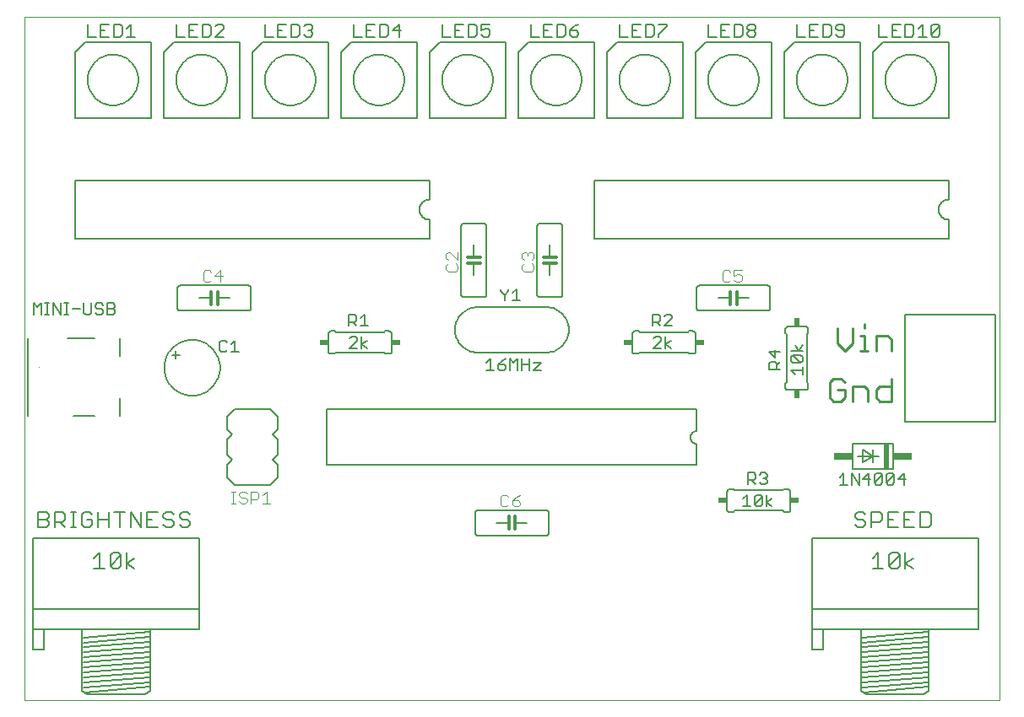
<source format=gto>
G75*
%MOIN*%
%OFA0B0*%
%FSLAX24Y24*%
%IPPOS*%
%LPD*%
%AMOC8*
5,1,8,0,0,1.08239X$1,22.5*
%
%ADD10C,0.0000*%
%ADD11C,0.0060*%
%ADD12R,0.0340X0.0240*%
%ADD13C,0.0050*%
%ADD14C,0.0040*%
%ADD15C,0.0080*%
%ADD16C,0.0070*%
%ADD17C,0.0100*%
%ADD18C,0.0120*%
%ADD19R,0.0200X0.1000*%
%ADD20R,0.0750X0.0300*%
%ADD21R,0.0240X0.0340*%
D10*
X000675Y000675D02*
X039175Y000675D01*
X039175Y027675D01*
X000675Y027675D01*
X000675Y000675D01*
D11*
X012625Y009950D02*
X012625Y012150D01*
X027225Y012150D01*
X027225Y011300D01*
X027195Y011298D01*
X027165Y011293D01*
X027136Y011284D01*
X027109Y011271D01*
X027083Y011256D01*
X027059Y011237D01*
X027038Y011216D01*
X027019Y011192D01*
X027004Y011166D01*
X026991Y011139D01*
X026982Y011110D01*
X026977Y011080D01*
X026975Y011050D01*
X026977Y011020D01*
X026982Y010990D01*
X026991Y010961D01*
X027004Y010934D01*
X027019Y010908D01*
X027038Y010884D01*
X027059Y010863D01*
X027083Y010844D01*
X027109Y010829D01*
X027136Y010816D01*
X027165Y010807D01*
X027195Y010802D01*
X027225Y010800D01*
X027225Y009950D01*
X012625Y009950D01*
X006200Y013800D02*
X006202Y013866D01*
X006208Y013931D01*
X006218Y013996D01*
X006231Y014061D01*
X006249Y014124D01*
X006270Y014187D01*
X006295Y014247D01*
X006324Y014307D01*
X006356Y014364D01*
X006391Y014420D01*
X006430Y014473D01*
X006472Y014524D01*
X006516Y014572D01*
X006564Y014617D01*
X006614Y014660D01*
X006667Y014699D01*
X006722Y014736D01*
X006779Y014769D01*
X006838Y014798D01*
X006898Y014824D01*
X006960Y014846D01*
X007023Y014865D01*
X007087Y014879D01*
X007152Y014890D01*
X007218Y014897D01*
X007284Y014900D01*
X007349Y014899D01*
X007415Y014894D01*
X007480Y014885D01*
X007545Y014872D01*
X007608Y014856D01*
X007671Y014836D01*
X007732Y014811D01*
X007792Y014784D01*
X007850Y014753D01*
X007906Y014718D01*
X007960Y014680D01*
X008011Y014639D01*
X008060Y014595D01*
X008106Y014548D01*
X008150Y014499D01*
X008190Y014447D01*
X008227Y014392D01*
X008261Y014336D01*
X008291Y014277D01*
X008318Y014217D01*
X008341Y014156D01*
X008360Y014093D01*
X008376Y014029D01*
X008388Y013964D01*
X008396Y013899D01*
X008400Y013833D01*
X008400Y013767D01*
X008396Y013701D01*
X008388Y013636D01*
X008376Y013571D01*
X008360Y013507D01*
X008341Y013444D01*
X008318Y013383D01*
X008291Y013323D01*
X008261Y013264D01*
X008227Y013208D01*
X008190Y013153D01*
X008150Y013101D01*
X008106Y013052D01*
X008060Y013005D01*
X008011Y012961D01*
X007960Y012920D01*
X007906Y012882D01*
X007850Y012847D01*
X007792Y012816D01*
X007732Y012789D01*
X007671Y012764D01*
X007608Y012744D01*
X007545Y012728D01*
X007480Y012715D01*
X007415Y012706D01*
X007349Y012701D01*
X007284Y012700D01*
X007218Y012703D01*
X007152Y012710D01*
X007087Y012721D01*
X007023Y012735D01*
X006960Y012754D01*
X006898Y012776D01*
X006838Y012802D01*
X006779Y012831D01*
X006722Y012864D01*
X006667Y012901D01*
X006614Y012940D01*
X006564Y012983D01*
X006516Y013028D01*
X006472Y013076D01*
X006430Y013127D01*
X006391Y013180D01*
X006356Y013236D01*
X006324Y013293D01*
X006295Y013353D01*
X006270Y013413D01*
X006249Y013476D01*
X006231Y013539D01*
X006218Y013604D01*
X006208Y013669D01*
X006202Y013734D01*
X006200Y013800D01*
X006650Y014150D02*
X006650Y014300D01*
X006650Y014450D01*
X006650Y014300D02*
X006800Y014300D01*
X006650Y014300D02*
X006500Y014300D01*
X006825Y016050D02*
X009525Y016050D01*
X009542Y016052D01*
X009559Y016056D01*
X009575Y016063D01*
X009589Y016073D01*
X009602Y016086D01*
X009612Y016100D01*
X009619Y016116D01*
X009623Y016133D01*
X009625Y016150D01*
X009625Y016950D01*
X009623Y016967D01*
X009619Y016984D01*
X009612Y017000D01*
X009602Y017014D01*
X009589Y017027D01*
X009575Y017037D01*
X009559Y017044D01*
X009542Y017048D01*
X009525Y017050D01*
X006825Y017050D01*
X006808Y017048D01*
X006791Y017044D01*
X006775Y017037D01*
X006761Y017027D01*
X006748Y017014D01*
X006738Y017000D01*
X006731Y016984D01*
X006727Y016967D01*
X006725Y016950D01*
X006725Y016150D01*
X006727Y016133D01*
X006731Y016116D01*
X006738Y016100D01*
X006748Y016086D01*
X006761Y016073D01*
X006775Y016063D01*
X006791Y016056D01*
X006808Y016052D01*
X006825Y016050D01*
X007575Y016550D02*
X008055Y016550D01*
X008305Y016550D02*
X008775Y016550D01*
X012675Y015150D02*
X012675Y014450D01*
X012677Y014433D01*
X012681Y014416D01*
X012688Y014400D01*
X012698Y014386D01*
X012711Y014373D01*
X012725Y014363D01*
X012741Y014356D01*
X012758Y014352D01*
X012775Y014350D01*
X012925Y014350D01*
X012975Y014400D01*
X014875Y014400D01*
X014925Y014350D01*
X015075Y014350D01*
X015092Y014352D01*
X015109Y014356D01*
X015125Y014363D01*
X015139Y014373D01*
X015152Y014386D01*
X015162Y014400D01*
X015169Y014416D01*
X015173Y014433D01*
X015175Y014450D01*
X015175Y015150D01*
X015173Y015167D01*
X015169Y015184D01*
X015162Y015200D01*
X015152Y015214D01*
X015139Y015227D01*
X015125Y015237D01*
X015109Y015244D01*
X015092Y015248D01*
X015075Y015250D01*
X014925Y015250D01*
X014875Y015200D01*
X012975Y015200D01*
X012925Y015250D01*
X012775Y015250D01*
X012758Y015248D01*
X012741Y015244D01*
X012725Y015237D01*
X012711Y015227D01*
X012698Y015214D01*
X012688Y015200D01*
X012681Y015184D01*
X012677Y015167D01*
X012675Y015150D01*
X017925Y016700D02*
X017925Y019400D01*
X017927Y019417D01*
X017931Y019434D01*
X017938Y019450D01*
X017948Y019464D01*
X017961Y019477D01*
X017975Y019487D01*
X017991Y019494D01*
X018008Y019498D01*
X018025Y019500D01*
X018825Y019500D01*
X018842Y019498D01*
X018859Y019494D01*
X018875Y019487D01*
X018889Y019477D01*
X018902Y019464D01*
X018912Y019450D01*
X018919Y019434D01*
X018923Y019417D01*
X018925Y019400D01*
X018925Y016700D01*
X018923Y016683D01*
X018919Y016666D01*
X018912Y016650D01*
X018902Y016636D01*
X018889Y016623D01*
X018875Y016613D01*
X018859Y016606D01*
X018842Y016602D01*
X018825Y016600D01*
X018025Y016600D01*
X018008Y016602D01*
X017991Y016606D01*
X017975Y016613D01*
X017961Y016623D01*
X017948Y016636D01*
X017938Y016650D01*
X017931Y016666D01*
X017927Y016683D01*
X017925Y016700D01*
X018425Y017450D02*
X018425Y017930D01*
X018425Y018180D02*
X018425Y018650D01*
X016675Y018900D02*
X016675Y019650D01*
X016636Y019652D01*
X016597Y019658D01*
X016559Y019667D01*
X016522Y019680D01*
X016486Y019697D01*
X016453Y019717D01*
X016421Y019741D01*
X016392Y019767D01*
X016366Y019796D01*
X016342Y019828D01*
X016322Y019861D01*
X016305Y019897D01*
X016292Y019934D01*
X016283Y019972D01*
X016277Y020011D01*
X016275Y020050D01*
X016277Y020089D01*
X016283Y020128D01*
X016292Y020166D01*
X016305Y020203D01*
X016322Y020239D01*
X016342Y020272D01*
X016366Y020304D01*
X016392Y020333D01*
X016421Y020359D01*
X016453Y020383D01*
X016486Y020403D01*
X016522Y020420D01*
X016559Y020433D01*
X016597Y020442D01*
X016636Y020448D01*
X016675Y020450D01*
X016675Y021200D01*
X002675Y021200D01*
X002675Y018900D01*
X016675Y018900D01*
X020925Y019400D02*
X020925Y016700D01*
X020927Y016683D01*
X020931Y016666D01*
X020938Y016650D01*
X020948Y016636D01*
X020961Y016623D01*
X020975Y016613D01*
X020991Y016606D01*
X021008Y016602D01*
X021025Y016600D01*
X021825Y016600D01*
X021842Y016602D01*
X021859Y016606D01*
X021875Y016613D01*
X021889Y016623D01*
X021902Y016636D01*
X021912Y016650D01*
X021919Y016666D01*
X021923Y016683D01*
X021925Y016700D01*
X021925Y019400D01*
X021923Y019417D01*
X021919Y019434D01*
X021912Y019450D01*
X021902Y019464D01*
X021889Y019477D01*
X021875Y019487D01*
X021859Y019494D01*
X021842Y019498D01*
X021825Y019500D01*
X021025Y019500D01*
X021008Y019498D01*
X020991Y019494D01*
X020975Y019487D01*
X020961Y019477D01*
X020948Y019464D01*
X020938Y019450D01*
X020931Y019434D01*
X020927Y019417D01*
X020925Y019400D01*
X021425Y018650D02*
X021425Y018180D01*
X021425Y017930D02*
X021425Y017450D01*
X023175Y018900D02*
X023175Y021200D01*
X037175Y021200D01*
X037175Y020450D01*
X037136Y020448D01*
X037097Y020442D01*
X037059Y020433D01*
X037022Y020420D01*
X036986Y020403D01*
X036953Y020383D01*
X036921Y020359D01*
X036892Y020333D01*
X036866Y020304D01*
X036842Y020272D01*
X036822Y020239D01*
X036805Y020203D01*
X036792Y020166D01*
X036783Y020128D01*
X036777Y020089D01*
X036775Y020050D01*
X036777Y020011D01*
X036783Y019972D01*
X036792Y019934D01*
X036805Y019897D01*
X036822Y019861D01*
X036842Y019828D01*
X036866Y019796D01*
X036892Y019767D01*
X036921Y019741D01*
X036953Y019717D01*
X036986Y019697D01*
X037022Y019680D01*
X037059Y019667D01*
X037097Y019658D01*
X037136Y019652D01*
X037175Y019650D01*
X037175Y018900D01*
X023175Y018900D01*
X027225Y016950D02*
X027225Y016150D01*
X027227Y016133D01*
X027231Y016116D01*
X027238Y016100D01*
X027248Y016086D01*
X027261Y016073D01*
X027275Y016063D01*
X027291Y016056D01*
X027308Y016052D01*
X027325Y016050D01*
X030025Y016050D01*
X030042Y016052D01*
X030059Y016056D01*
X030075Y016063D01*
X030089Y016073D01*
X030102Y016086D01*
X030112Y016100D01*
X030119Y016116D01*
X030123Y016133D01*
X030125Y016150D01*
X030125Y016950D01*
X030123Y016967D01*
X030119Y016984D01*
X030112Y017000D01*
X030102Y017014D01*
X030089Y017027D01*
X030075Y017037D01*
X030059Y017044D01*
X030042Y017048D01*
X030025Y017050D01*
X027325Y017050D01*
X027308Y017048D01*
X027291Y017044D01*
X027275Y017037D01*
X027261Y017027D01*
X027248Y017014D01*
X027238Y017000D01*
X027231Y016984D01*
X027227Y016967D01*
X027225Y016950D01*
X028075Y016550D02*
X028555Y016550D01*
X028805Y016550D02*
X029275Y016550D01*
X030725Y015325D02*
X030725Y015175D01*
X030775Y015125D01*
X030775Y013225D01*
X030725Y013175D01*
X030725Y013025D01*
X030727Y013008D01*
X030731Y012991D01*
X030738Y012975D01*
X030748Y012961D01*
X030761Y012948D01*
X030775Y012938D01*
X030791Y012931D01*
X030808Y012927D01*
X030825Y012925D01*
X031525Y012925D01*
X031542Y012927D01*
X031559Y012931D01*
X031575Y012938D01*
X031589Y012948D01*
X031602Y012961D01*
X031612Y012975D01*
X031619Y012991D01*
X031623Y013008D01*
X031625Y013025D01*
X031625Y013175D01*
X031575Y013225D01*
X031575Y015125D01*
X031625Y015175D01*
X031625Y015325D01*
X031623Y015342D01*
X031619Y015359D01*
X031612Y015375D01*
X031602Y015389D01*
X031589Y015402D01*
X031575Y015412D01*
X031559Y015419D01*
X031542Y015423D01*
X031525Y015425D01*
X030825Y015425D01*
X030808Y015423D01*
X030791Y015419D01*
X030775Y015412D01*
X030761Y015402D01*
X030748Y015389D01*
X030738Y015375D01*
X030731Y015359D01*
X030727Y015342D01*
X030725Y015325D01*
X027175Y015150D02*
X027175Y014450D01*
X027173Y014433D01*
X027169Y014416D01*
X027162Y014400D01*
X027152Y014386D01*
X027139Y014373D01*
X027125Y014363D01*
X027109Y014356D01*
X027092Y014352D01*
X027075Y014350D01*
X026925Y014350D01*
X026875Y014400D01*
X024975Y014400D01*
X024925Y014350D01*
X024775Y014350D01*
X024758Y014352D01*
X024741Y014356D01*
X024725Y014363D01*
X024711Y014373D01*
X024698Y014386D01*
X024688Y014400D01*
X024681Y014416D01*
X024677Y014433D01*
X024675Y014450D01*
X024675Y015150D01*
X024677Y015167D01*
X024681Y015184D01*
X024688Y015200D01*
X024698Y015214D01*
X024711Y015227D01*
X024725Y015237D01*
X024741Y015244D01*
X024758Y015248D01*
X024775Y015250D01*
X024925Y015250D01*
X024975Y015200D01*
X026875Y015200D01*
X026925Y015250D01*
X027075Y015250D01*
X027092Y015248D01*
X027109Y015244D01*
X027125Y015237D01*
X027139Y015227D01*
X027152Y015214D01*
X027162Y015200D01*
X027169Y015184D01*
X027173Y015167D01*
X027175Y015150D01*
X033375Y010800D02*
X033375Y009800D01*
X034975Y009800D01*
X034975Y010800D01*
X033375Y010800D01*
X033775Y010550D02*
X034175Y010300D01*
X034175Y010550D01*
X034175Y010300D02*
X033575Y010300D01*
X033775Y010050D02*
X034175Y010300D01*
X034175Y010050D01*
X034175Y010300D02*
X034425Y010300D01*
X033775Y010050D02*
X033775Y010550D01*
X030925Y008900D02*
X030925Y008200D01*
X030923Y008183D01*
X030919Y008166D01*
X030912Y008150D01*
X030902Y008136D01*
X030889Y008123D01*
X030875Y008113D01*
X030859Y008106D01*
X030842Y008102D01*
X030825Y008100D01*
X030675Y008100D01*
X030625Y008150D01*
X028725Y008150D01*
X028675Y008100D01*
X028525Y008100D01*
X028508Y008102D01*
X028491Y008106D01*
X028475Y008113D01*
X028461Y008123D01*
X028448Y008136D01*
X028438Y008150D01*
X028431Y008166D01*
X028427Y008183D01*
X028425Y008200D01*
X028425Y008900D01*
X028427Y008917D01*
X028431Y008934D01*
X028438Y008950D01*
X028448Y008964D01*
X028461Y008977D01*
X028475Y008987D01*
X028491Y008994D01*
X028508Y008998D01*
X028525Y009000D01*
X028675Y009000D01*
X028725Y008950D01*
X030625Y008950D01*
X030675Y009000D01*
X030825Y009000D01*
X030842Y008998D01*
X030859Y008994D01*
X030875Y008987D01*
X030889Y008977D01*
X030902Y008964D01*
X030912Y008950D01*
X030919Y008934D01*
X030923Y008917D01*
X030925Y008900D01*
X021375Y008075D02*
X021375Y007275D01*
X021373Y007258D01*
X021369Y007241D01*
X021362Y007225D01*
X021352Y007211D01*
X021339Y007198D01*
X021325Y007188D01*
X021309Y007181D01*
X021292Y007177D01*
X021275Y007175D01*
X018575Y007175D01*
X018558Y007177D01*
X018541Y007181D01*
X018525Y007188D01*
X018511Y007198D01*
X018498Y007211D01*
X018488Y007225D01*
X018481Y007241D01*
X018477Y007258D01*
X018475Y007275D01*
X018475Y008075D01*
X018477Y008092D01*
X018481Y008109D01*
X018488Y008125D01*
X018498Y008139D01*
X018511Y008152D01*
X018525Y008162D01*
X018541Y008169D01*
X018558Y008173D01*
X018575Y008175D01*
X021275Y008175D01*
X021292Y008173D01*
X021309Y008169D01*
X021325Y008162D01*
X021339Y008152D01*
X021352Y008139D01*
X021362Y008125D01*
X021369Y008109D01*
X021373Y008092D01*
X021375Y008075D01*
X020525Y007675D02*
X020055Y007675D01*
X019805Y007675D02*
X019325Y007675D01*
X018971Y026875D02*
X018804Y026875D01*
X018721Y026958D01*
X018721Y027125D02*
X018887Y027209D01*
X018971Y027209D01*
X019054Y027125D01*
X019054Y026958D01*
X018971Y026875D01*
X018721Y027125D02*
X018721Y027375D01*
X019054Y027375D01*
X018539Y027292D02*
X018539Y026958D01*
X018455Y026875D01*
X018205Y026875D01*
X018205Y027375D01*
X018455Y027375D01*
X018539Y027292D01*
X018023Y027375D02*
X017689Y027375D01*
X017689Y026875D01*
X018023Y026875D01*
X017856Y027125D02*
X017689Y027125D01*
X017507Y026875D02*
X017174Y026875D01*
X017174Y027375D01*
X015554Y027125D02*
X015221Y027125D01*
X015471Y027375D01*
X015471Y026875D01*
X015039Y026958D02*
X015039Y027292D01*
X014955Y027375D01*
X014705Y027375D01*
X014705Y026875D01*
X014955Y026875D01*
X015039Y026958D01*
X014523Y026875D02*
X014189Y026875D01*
X014189Y027375D01*
X014523Y027375D01*
X014356Y027125D02*
X014189Y027125D01*
X014007Y026875D02*
X013674Y026875D01*
X013674Y027375D01*
X012054Y027292D02*
X012054Y027209D01*
X011971Y027125D01*
X012054Y027042D01*
X012054Y026958D01*
X011971Y026875D01*
X011804Y026875D01*
X011721Y026958D01*
X011539Y026958D02*
X011455Y026875D01*
X011205Y026875D01*
X011205Y027375D01*
X011455Y027375D01*
X011539Y027292D01*
X011539Y026958D01*
X011721Y027292D02*
X011804Y027375D01*
X011971Y027375D01*
X012054Y027292D01*
X011971Y027125D02*
X011887Y027125D01*
X011023Y026875D02*
X010689Y026875D01*
X010689Y027375D01*
X011023Y027375D01*
X010856Y027125D02*
X010689Y027125D01*
X010507Y026875D02*
X010174Y026875D01*
X010174Y027375D01*
X008554Y027292D02*
X008554Y027209D01*
X008221Y026875D01*
X008554Y026875D01*
X008039Y026958D02*
X008039Y027292D01*
X007955Y027375D01*
X007705Y027375D01*
X007705Y026875D01*
X007955Y026875D01*
X008039Y026958D01*
X008221Y027292D02*
X008304Y027375D01*
X008471Y027375D01*
X008554Y027292D01*
X007523Y027375D02*
X007189Y027375D01*
X007189Y026875D01*
X007523Y026875D01*
X007356Y027125D02*
X007189Y027125D01*
X007007Y026875D02*
X006674Y026875D01*
X006674Y027375D01*
X005054Y026875D02*
X004721Y026875D01*
X004887Y026875D02*
X004887Y027375D01*
X004721Y027209D01*
X004539Y027292D02*
X004539Y026958D01*
X004455Y026875D01*
X004205Y026875D01*
X004205Y027375D01*
X004455Y027375D01*
X004539Y027292D01*
X004023Y027375D02*
X003689Y027375D01*
X003689Y026875D01*
X004023Y026875D01*
X003856Y027125D02*
X003689Y027125D01*
X003507Y026875D02*
X003174Y026875D01*
X003174Y027375D01*
X020674Y027375D02*
X020674Y026875D01*
X021007Y026875D01*
X021189Y026875D02*
X021523Y026875D01*
X021705Y026875D02*
X021955Y026875D01*
X022039Y026958D01*
X022039Y027292D01*
X021955Y027375D01*
X021705Y027375D01*
X021705Y026875D01*
X021356Y027125D02*
X021189Y027125D01*
X021189Y027375D02*
X021189Y026875D01*
X021189Y027375D02*
X021523Y027375D01*
X022221Y027125D02*
X022471Y027125D01*
X022554Y027042D01*
X022554Y026958D01*
X022471Y026875D01*
X022304Y026875D01*
X022221Y026958D01*
X022221Y027125D01*
X022387Y027292D01*
X022554Y027375D01*
X024174Y027375D02*
X024174Y026875D01*
X024507Y026875D01*
X024689Y026875D02*
X025023Y026875D01*
X025205Y026875D02*
X025455Y026875D01*
X025539Y026958D01*
X025539Y027292D01*
X025455Y027375D01*
X025205Y027375D01*
X025205Y026875D01*
X024856Y027125D02*
X024689Y027125D01*
X024689Y027375D02*
X024689Y026875D01*
X024689Y027375D02*
X025023Y027375D01*
X025721Y027375D02*
X026054Y027375D01*
X026054Y027292D01*
X025721Y026958D01*
X025721Y026875D01*
X027674Y026875D02*
X028007Y026875D01*
X028189Y026875D02*
X028523Y026875D01*
X028705Y026875D02*
X028955Y026875D01*
X029039Y026958D01*
X029039Y027292D01*
X028955Y027375D01*
X028705Y027375D01*
X028705Y026875D01*
X028356Y027125D02*
X028189Y027125D01*
X028189Y027375D02*
X028189Y026875D01*
X027674Y026875D02*
X027674Y027375D01*
X028189Y027375D02*
X028523Y027375D01*
X029221Y027292D02*
X029221Y027209D01*
X029304Y027125D01*
X029471Y027125D01*
X029554Y027042D01*
X029554Y026958D01*
X029471Y026875D01*
X029304Y026875D01*
X029221Y026958D01*
X029221Y027042D01*
X029304Y027125D01*
X029471Y027125D02*
X029554Y027209D01*
X029554Y027292D01*
X029471Y027375D01*
X029304Y027375D01*
X029221Y027292D01*
X031174Y027375D02*
X031174Y026875D01*
X031507Y026875D01*
X031689Y026875D02*
X032023Y026875D01*
X032205Y026875D02*
X032455Y026875D01*
X032539Y026958D01*
X032539Y027292D01*
X032455Y027375D01*
X032205Y027375D01*
X032205Y026875D01*
X031856Y027125D02*
X031689Y027125D01*
X031689Y027375D02*
X031689Y026875D01*
X031689Y027375D02*
X032023Y027375D01*
X032721Y027292D02*
X032721Y027209D01*
X032804Y027125D01*
X033054Y027125D01*
X033054Y026958D02*
X033054Y027292D01*
X032971Y027375D01*
X032804Y027375D01*
X032721Y027292D01*
X032721Y026958D02*
X032804Y026875D01*
X032971Y026875D01*
X033054Y026958D01*
X034416Y026875D02*
X034750Y026875D01*
X034932Y026875D02*
X035265Y026875D01*
X035447Y026875D02*
X035697Y026875D01*
X035781Y026958D01*
X035781Y027292D01*
X035697Y027375D01*
X035447Y027375D01*
X035447Y026875D01*
X035098Y027125D02*
X034932Y027125D01*
X034932Y027375D02*
X034932Y026875D01*
X034416Y026875D02*
X034416Y027375D01*
X034932Y027375D02*
X035265Y027375D01*
X035963Y027209D02*
X036130Y027375D01*
X036130Y026875D01*
X036296Y026875D02*
X035963Y026875D01*
X036478Y026958D02*
X036812Y027292D01*
X036812Y026958D01*
X036729Y026875D01*
X036562Y026875D01*
X036478Y026958D01*
X036478Y027292D01*
X036562Y027375D01*
X036729Y027375D01*
X036812Y027292D01*
D12*
X027345Y014800D03*
X024505Y014800D03*
X028255Y008550D03*
X031095Y008550D03*
X015345Y014800D03*
X012505Y014800D03*
D13*
X013528Y014950D02*
X013603Y015025D01*
X013753Y015025D01*
X013828Y014950D01*
X013828Y014875D01*
X013528Y014575D01*
X013828Y014575D01*
X013988Y014575D02*
X013988Y015025D01*
X014214Y014875D02*
X013988Y014725D01*
X014214Y014575D01*
X014250Y015450D02*
X013950Y015450D01*
X014100Y015450D02*
X014100Y015900D01*
X013950Y015750D01*
X013790Y015675D02*
X013715Y015600D01*
X013490Y015600D01*
X013640Y015600D02*
X013790Y015450D01*
X013790Y015675D02*
X013790Y015825D01*
X013715Y015900D01*
X013490Y015900D01*
X013490Y015450D01*
X009136Y014425D02*
X008835Y014425D01*
X008986Y014425D02*
X008986Y014875D01*
X008835Y014725D01*
X008675Y014800D02*
X008600Y014875D01*
X008450Y014875D01*
X008375Y014800D01*
X008375Y014500D01*
X008450Y014425D01*
X008600Y014425D01*
X008675Y014500D01*
X008975Y012175D02*
X010375Y012175D01*
X010675Y011875D01*
X010675Y011375D01*
X010475Y011175D01*
X010675Y010975D01*
X010675Y010375D01*
X010475Y010175D01*
X010675Y009975D01*
X010675Y009475D01*
X010375Y009175D01*
X008975Y009175D01*
X008675Y009475D01*
X008675Y009975D01*
X008875Y010175D01*
X008675Y010375D01*
X008675Y010975D01*
X008875Y011175D01*
X008675Y011375D01*
X008675Y011875D01*
X008975Y012175D01*
X004430Y011890D02*
X004430Y012598D01*
X003446Y011890D02*
X002619Y011890D01*
X000808Y011890D02*
X000808Y014960D01*
X002383Y014960D02*
X003446Y014960D01*
X004430Y014960D02*
X004430Y014252D01*
X004172Y015901D02*
X003946Y015901D01*
X003946Y016351D01*
X004172Y016351D01*
X004247Y016276D01*
X004247Y016201D01*
X004172Y016126D01*
X003946Y016126D01*
X003786Y016051D02*
X003786Y015976D01*
X003711Y015901D01*
X003561Y015901D01*
X003486Y015976D01*
X003326Y015976D02*
X003326Y016351D01*
X003486Y016276D02*
X003486Y016201D01*
X003561Y016126D01*
X003711Y016126D01*
X003786Y016051D01*
X003786Y016276D02*
X003711Y016351D01*
X003561Y016351D01*
X003486Y016276D01*
X003326Y015976D02*
X003251Y015901D01*
X003101Y015901D01*
X003026Y015976D01*
X003026Y016351D01*
X002865Y016126D02*
X002565Y016126D01*
X002408Y016351D02*
X002258Y016351D01*
X002333Y016351D02*
X002333Y015901D01*
X002258Y015901D02*
X002408Y015901D01*
X002098Y015901D02*
X002098Y016351D01*
X001798Y016351D02*
X001798Y015901D01*
X001641Y015901D02*
X001491Y015901D01*
X001566Y015901D02*
X001566Y016351D01*
X001491Y016351D02*
X001641Y016351D01*
X001798Y016351D02*
X002098Y015901D01*
X001331Y015901D02*
X001331Y016351D01*
X001181Y016201D01*
X001031Y016351D01*
X001031Y015901D01*
X004172Y015901D02*
X004247Y015976D01*
X004247Y016051D01*
X004172Y016126D01*
X002675Y023675D02*
X002675Y026275D01*
X003075Y026675D01*
X005675Y026675D01*
X005675Y023675D01*
X002675Y023675D01*
X003175Y025175D02*
X003177Y025238D01*
X003183Y025300D01*
X003193Y025362D01*
X003206Y025424D01*
X003224Y025484D01*
X003245Y025543D01*
X003270Y025601D01*
X003299Y025657D01*
X003331Y025711D01*
X003366Y025763D01*
X003404Y025812D01*
X003446Y025860D01*
X003490Y025904D01*
X003538Y025946D01*
X003587Y025984D01*
X003639Y026019D01*
X003693Y026051D01*
X003749Y026080D01*
X003807Y026105D01*
X003866Y026126D01*
X003926Y026144D01*
X003988Y026157D01*
X004050Y026167D01*
X004112Y026173D01*
X004175Y026175D01*
X004238Y026173D01*
X004300Y026167D01*
X004362Y026157D01*
X004424Y026144D01*
X004484Y026126D01*
X004543Y026105D01*
X004601Y026080D01*
X004657Y026051D01*
X004711Y026019D01*
X004763Y025984D01*
X004812Y025946D01*
X004860Y025904D01*
X004904Y025860D01*
X004946Y025812D01*
X004984Y025763D01*
X005019Y025711D01*
X005051Y025657D01*
X005080Y025601D01*
X005105Y025543D01*
X005126Y025484D01*
X005144Y025424D01*
X005157Y025362D01*
X005167Y025300D01*
X005173Y025238D01*
X005175Y025175D01*
X005173Y025112D01*
X005167Y025050D01*
X005157Y024988D01*
X005144Y024926D01*
X005126Y024866D01*
X005105Y024807D01*
X005080Y024749D01*
X005051Y024693D01*
X005019Y024639D01*
X004984Y024587D01*
X004946Y024538D01*
X004904Y024490D01*
X004860Y024446D01*
X004812Y024404D01*
X004763Y024366D01*
X004711Y024331D01*
X004657Y024299D01*
X004601Y024270D01*
X004543Y024245D01*
X004484Y024224D01*
X004424Y024206D01*
X004362Y024193D01*
X004300Y024183D01*
X004238Y024177D01*
X004175Y024175D01*
X004112Y024177D01*
X004050Y024183D01*
X003988Y024193D01*
X003926Y024206D01*
X003866Y024224D01*
X003807Y024245D01*
X003749Y024270D01*
X003693Y024299D01*
X003639Y024331D01*
X003587Y024366D01*
X003538Y024404D01*
X003490Y024446D01*
X003446Y024490D01*
X003404Y024538D01*
X003366Y024587D01*
X003331Y024639D01*
X003299Y024693D01*
X003270Y024749D01*
X003245Y024807D01*
X003224Y024866D01*
X003206Y024926D01*
X003193Y024988D01*
X003183Y025050D01*
X003177Y025112D01*
X003175Y025175D01*
X006175Y026275D02*
X006175Y023675D01*
X009175Y023675D01*
X009175Y026675D01*
X006575Y026675D01*
X006175Y026275D01*
X006675Y025175D02*
X006677Y025238D01*
X006683Y025300D01*
X006693Y025362D01*
X006706Y025424D01*
X006724Y025484D01*
X006745Y025543D01*
X006770Y025601D01*
X006799Y025657D01*
X006831Y025711D01*
X006866Y025763D01*
X006904Y025812D01*
X006946Y025860D01*
X006990Y025904D01*
X007038Y025946D01*
X007087Y025984D01*
X007139Y026019D01*
X007193Y026051D01*
X007249Y026080D01*
X007307Y026105D01*
X007366Y026126D01*
X007426Y026144D01*
X007488Y026157D01*
X007550Y026167D01*
X007612Y026173D01*
X007675Y026175D01*
X007738Y026173D01*
X007800Y026167D01*
X007862Y026157D01*
X007924Y026144D01*
X007984Y026126D01*
X008043Y026105D01*
X008101Y026080D01*
X008157Y026051D01*
X008211Y026019D01*
X008263Y025984D01*
X008312Y025946D01*
X008360Y025904D01*
X008404Y025860D01*
X008446Y025812D01*
X008484Y025763D01*
X008519Y025711D01*
X008551Y025657D01*
X008580Y025601D01*
X008605Y025543D01*
X008626Y025484D01*
X008644Y025424D01*
X008657Y025362D01*
X008667Y025300D01*
X008673Y025238D01*
X008675Y025175D01*
X008673Y025112D01*
X008667Y025050D01*
X008657Y024988D01*
X008644Y024926D01*
X008626Y024866D01*
X008605Y024807D01*
X008580Y024749D01*
X008551Y024693D01*
X008519Y024639D01*
X008484Y024587D01*
X008446Y024538D01*
X008404Y024490D01*
X008360Y024446D01*
X008312Y024404D01*
X008263Y024366D01*
X008211Y024331D01*
X008157Y024299D01*
X008101Y024270D01*
X008043Y024245D01*
X007984Y024224D01*
X007924Y024206D01*
X007862Y024193D01*
X007800Y024183D01*
X007738Y024177D01*
X007675Y024175D01*
X007612Y024177D01*
X007550Y024183D01*
X007488Y024193D01*
X007426Y024206D01*
X007366Y024224D01*
X007307Y024245D01*
X007249Y024270D01*
X007193Y024299D01*
X007139Y024331D01*
X007087Y024366D01*
X007038Y024404D01*
X006990Y024446D01*
X006946Y024490D01*
X006904Y024538D01*
X006866Y024587D01*
X006831Y024639D01*
X006799Y024693D01*
X006770Y024749D01*
X006745Y024807D01*
X006724Y024866D01*
X006706Y024926D01*
X006693Y024988D01*
X006683Y025050D01*
X006677Y025112D01*
X006675Y025175D01*
X009675Y026275D02*
X009675Y023675D01*
X012675Y023675D01*
X012675Y026675D01*
X010075Y026675D01*
X009675Y026275D01*
X010175Y025175D02*
X010177Y025238D01*
X010183Y025300D01*
X010193Y025362D01*
X010206Y025424D01*
X010224Y025484D01*
X010245Y025543D01*
X010270Y025601D01*
X010299Y025657D01*
X010331Y025711D01*
X010366Y025763D01*
X010404Y025812D01*
X010446Y025860D01*
X010490Y025904D01*
X010538Y025946D01*
X010587Y025984D01*
X010639Y026019D01*
X010693Y026051D01*
X010749Y026080D01*
X010807Y026105D01*
X010866Y026126D01*
X010926Y026144D01*
X010988Y026157D01*
X011050Y026167D01*
X011112Y026173D01*
X011175Y026175D01*
X011238Y026173D01*
X011300Y026167D01*
X011362Y026157D01*
X011424Y026144D01*
X011484Y026126D01*
X011543Y026105D01*
X011601Y026080D01*
X011657Y026051D01*
X011711Y026019D01*
X011763Y025984D01*
X011812Y025946D01*
X011860Y025904D01*
X011904Y025860D01*
X011946Y025812D01*
X011984Y025763D01*
X012019Y025711D01*
X012051Y025657D01*
X012080Y025601D01*
X012105Y025543D01*
X012126Y025484D01*
X012144Y025424D01*
X012157Y025362D01*
X012167Y025300D01*
X012173Y025238D01*
X012175Y025175D01*
X012173Y025112D01*
X012167Y025050D01*
X012157Y024988D01*
X012144Y024926D01*
X012126Y024866D01*
X012105Y024807D01*
X012080Y024749D01*
X012051Y024693D01*
X012019Y024639D01*
X011984Y024587D01*
X011946Y024538D01*
X011904Y024490D01*
X011860Y024446D01*
X011812Y024404D01*
X011763Y024366D01*
X011711Y024331D01*
X011657Y024299D01*
X011601Y024270D01*
X011543Y024245D01*
X011484Y024224D01*
X011424Y024206D01*
X011362Y024193D01*
X011300Y024183D01*
X011238Y024177D01*
X011175Y024175D01*
X011112Y024177D01*
X011050Y024183D01*
X010988Y024193D01*
X010926Y024206D01*
X010866Y024224D01*
X010807Y024245D01*
X010749Y024270D01*
X010693Y024299D01*
X010639Y024331D01*
X010587Y024366D01*
X010538Y024404D01*
X010490Y024446D01*
X010446Y024490D01*
X010404Y024538D01*
X010366Y024587D01*
X010331Y024639D01*
X010299Y024693D01*
X010270Y024749D01*
X010245Y024807D01*
X010224Y024866D01*
X010206Y024926D01*
X010193Y024988D01*
X010183Y025050D01*
X010177Y025112D01*
X010175Y025175D01*
X013175Y026275D02*
X013175Y023675D01*
X016175Y023675D01*
X016175Y026675D01*
X013575Y026675D01*
X013175Y026275D01*
X013675Y025175D02*
X013677Y025238D01*
X013683Y025300D01*
X013693Y025362D01*
X013706Y025424D01*
X013724Y025484D01*
X013745Y025543D01*
X013770Y025601D01*
X013799Y025657D01*
X013831Y025711D01*
X013866Y025763D01*
X013904Y025812D01*
X013946Y025860D01*
X013990Y025904D01*
X014038Y025946D01*
X014087Y025984D01*
X014139Y026019D01*
X014193Y026051D01*
X014249Y026080D01*
X014307Y026105D01*
X014366Y026126D01*
X014426Y026144D01*
X014488Y026157D01*
X014550Y026167D01*
X014612Y026173D01*
X014675Y026175D01*
X014738Y026173D01*
X014800Y026167D01*
X014862Y026157D01*
X014924Y026144D01*
X014984Y026126D01*
X015043Y026105D01*
X015101Y026080D01*
X015157Y026051D01*
X015211Y026019D01*
X015263Y025984D01*
X015312Y025946D01*
X015360Y025904D01*
X015404Y025860D01*
X015446Y025812D01*
X015484Y025763D01*
X015519Y025711D01*
X015551Y025657D01*
X015580Y025601D01*
X015605Y025543D01*
X015626Y025484D01*
X015644Y025424D01*
X015657Y025362D01*
X015667Y025300D01*
X015673Y025238D01*
X015675Y025175D01*
X015673Y025112D01*
X015667Y025050D01*
X015657Y024988D01*
X015644Y024926D01*
X015626Y024866D01*
X015605Y024807D01*
X015580Y024749D01*
X015551Y024693D01*
X015519Y024639D01*
X015484Y024587D01*
X015446Y024538D01*
X015404Y024490D01*
X015360Y024446D01*
X015312Y024404D01*
X015263Y024366D01*
X015211Y024331D01*
X015157Y024299D01*
X015101Y024270D01*
X015043Y024245D01*
X014984Y024224D01*
X014924Y024206D01*
X014862Y024193D01*
X014800Y024183D01*
X014738Y024177D01*
X014675Y024175D01*
X014612Y024177D01*
X014550Y024183D01*
X014488Y024193D01*
X014426Y024206D01*
X014366Y024224D01*
X014307Y024245D01*
X014249Y024270D01*
X014193Y024299D01*
X014139Y024331D01*
X014087Y024366D01*
X014038Y024404D01*
X013990Y024446D01*
X013946Y024490D01*
X013904Y024538D01*
X013866Y024587D01*
X013831Y024639D01*
X013799Y024693D01*
X013770Y024749D01*
X013745Y024807D01*
X013724Y024866D01*
X013706Y024926D01*
X013693Y024988D01*
X013683Y025050D01*
X013677Y025112D01*
X013675Y025175D01*
X016675Y026275D02*
X016675Y023675D01*
X019675Y023675D01*
X019675Y026675D01*
X017075Y026675D01*
X016675Y026275D01*
X017175Y025175D02*
X017177Y025238D01*
X017183Y025300D01*
X017193Y025362D01*
X017206Y025424D01*
X017224Y025484D01*
X017245Y025543D01*
X017270Y025601D01*
X017299Y025657D01*
X017331Y025711D01*
X017366Y025763D01*
X017404Y025812D01*
X017446Y025860D01*
X017490Y025904D01*
X017538Y025946D01*
X017587Y025984D01*
X017639Y026019D01*
X017693Y026051D01*
X017749Y026080D01*
X017807Y026105D01*
X017866Y026126D01*
X017926Y026144D01*
X017988Y026157D01*
X018050Y026167D01*
X018112Y026173D01*
X018175Y026175D01*
X018238Y026173D01*
X018300Y026167D01*
X018362Y026157D01*
X018424Y026144D01*
X018484Y026126D01*
X018543Y026105D01*
X018601Y026080D01*
X018657Y026051D01*
X018711Y026019D01*
X018763Y025984D01*
X018812Y025946D01*
X018860Y025904D01*
X018904Y025860D01*
X018946Y025812D01*
X018984Y025763D01*
X019019Y025711D01*
X019051Y025657D01*
X019080Y025601D01*
X019105Y025543D01*
X019126Y025484D01*
X019144Y025424D01*
X019157Y025362D01*
X019167Y025300D01*
X019173Y025238D01*
X019175Y025175D01*
X019173Y025112D01*
X019167Y025050D01*
X019157Y024988D01*
X019144Y024926D01*
X019126Y024866D01*
X019105Y024807D01*
X019080Y024749D01*
X019051Y024693D01*
X019019Y024639D01*
X018984Y024587D01*
X018946Y024538D01*
X018904Y024490D01*
X018860Y024446D01*
X018812Y024404D01*
X018763Y024366D01*
X018711Y024331D01*
X018657Y024299D01*
X018601Y024270D01*
X018543Y024245D01*
X018484Y024224D01*
X018424Y024206D01*
X018362Y024193D01*
X018300Y024183D01*
X018238Y024177D01*
X018175Y024175D01*
X018112Y024177D01*
X018050Y024183D01*
X017988Y024193D01*
X017926Y024206D01*
X017866Y024224D01*
X017807Y024245D01*
X017749Y024270D01*
X017693Y024299D01*
X017639Y024331D01*
X017587Y024366D01*
X017538Y024404D01*
X017490Y024446D01*
X017446Y024490D01*
X017404Y024538D01*
X017366Y024587D01*
X017331Y024639D01*
X017299Y024693D01*
X017270Y024749D01*
X017245Y024807D01*
X017224Y024866D01*
X017206Y024926D01*
X017193Y024988D01*
X017183Y025050D01*
X017177Y025112D01*
X017175Y025175D01*
X020175Y026275D02*
X020175Y023675D01*
X023175Y023675D01*
X023175Y026675D01*
X020575Y026675D01*
X020175Y026275D01*
X020675Y025175D02*
X020677Y025238D01*
X020683Y025300D01*
X020693Y025362D01*
X020706Y025424D01*
X020724Y025484D01*
X020745Y025543D01*
X020770Y025601D01*
X020799Y025657D01*
X020831Y025711D01*
X020866Y025763D01*
X020904Y025812D01*
X020946Y025860D01*
X020990Y025904D01*
X021038Y025946D01*
X021087Y025984D01*
X021139Y026019D01*
X021193Y026051D01*
X021249Y026080D01*
X021307Y026105D01*
X021366Y026126D01*
X021426Y026144D01*
X021488Y026157D01*
X021550Y026167D01*
X021612Y026173D01*
X021675Y026175D01*
X021738Y026173D01*
X021800Y026167D01*
X021862Y026157D01*
X021924Y026144D01*
X021984Y026126D01*
X022043Y026105D01*
X022101Y026080D01*
X022157Y026051D01*
X022211Y026019D01*
X022263Y025984D01*
X022312Y025946D01*
X022360Y025904D01*
X022404Y025860D01*
X022446Y025812D01*
X022484Y025763D01*
X022519Y025711D01*
X022551Y025657D01*
X022580Y025601D01*
X022605Y025543D01*
X022626Y025484D01*
X022644Y025424D01*
X022657Y025362D01*
X022667Y025300D01*
X022673Y025238D01*
X022675Y025175D01*
X022673Y025112D01*
X022667Y025050D01*
X022657Y024988D01*
X022644Y024926D01*
X022626Y024866D01*
X022605Y024807D01*
X022580Y024749D01*
X022551Y024693D01*
X022519Y024639D01*
X022484Y024587D01*
X022446Y024538D01*
X022404Y024490D01*
X022360Y024446D01*
X022312Y024404D01*
X022263Y024366D01*
X022211Y024331D01*
X022157Y024299D01*
X022101Y024270D01*
X022043Y024245D01*
X021984Y024224D01*
X021924Y024206D01*
X021862Y024193D01*
X021800Y024183D01*
X021738Y024177D01*
X021675Y024175D01*
X021612Y024177D01*
X021550Y024183D01*
X021488Y024193D01*
X021426Y024206D01*
X021366Y024224D01*
X021307Y024245D01*
X021249Y024270D01*
X021193Y024299D01*
X021139Y024331D01*
X021087Y024366D01*
X021038Y024404D01*
X020990Y024446D01*
X020946Y024490D01*
X020904Y024538D01*
X020866Y024587D01*
X020831Y024639D01*
X020799Y024693D01*
X020770Y024749D01*
X020745Y024807D01*
X020724Y024866D01*
X020706Y024926D01*
X020693Y024988D01*
X020683Y025050D01*
X020677Y025112D01*
X020675Y025175D01*
X023675Y026275D02*
X023675Y023675D01*
X026675Y023675D01*
X026675Y026675D01*
X024075Y026675D01*
X023675Y026275D01*
X024175Y025175D02*
X024177Y025238D01*
X024183Y025300D01*
X024193Y025362D01*
X024206Y025424D01*
X024224Y025484D01*
X024245Y025543D01*
X024270Y025601D01*
X024299Y025657D01*
X024331Y025711D01*
X024366Y025763D01*
X024404Y025812D01*
X024446Y025860D01*
X024490Y025904D01*
X024538Y025946D01*
X024587Y025984D01*
X024639Y026019D01*
X024693Y026051D01*
X024749Y026080D01*
X024807Y026105D01*
X024866Y026126D01*
X024926Y026144D01*
X024988Y026157D01*
X025050Y026167D01*
X025112Y026173D01*
X025175Y026175D01*
X025238Y026173D01*
X025300Y026167D01*
X025362Y026157D01*
X025424Y026144D01*
X025484Y026126D01*
X025543Y026105D01*
X025601Y026080D01*
X025657Y026051D01*
X025711Y026019D01*
X025763Y025984D01*
X025812Y025946D01*
X025860Y025904D01*
X025904Y025860D01*
X025946Y025812D01*
X025984Y025763D01*
X026019Y025711D01*
X026051Y025657D01*
X026080Y025601D01*
X026105Y025543D01*
X026126Y025484D01*
X026144Y025424D01*
X026157Y025362D01*
X026167Y025300D01*
X026173Y025238D01*
X026175Y025175D01*
X026173Y025112D01*
X026167Y025050D01*
X026157Y024988D01*
X026144Y024926D01*
X026126Y024866D01*
X026105Y024807D01*
X026080Y024749D01*
X026051Y024693D01*
X026019Y024639D01*
X025984Y024587D01*
X025946Y024538D01*
X025904Y024490D01*
X025860Y024446D01*
X025812Y024404D01*
X025763Y024366D01*
X025711Y024331D01*
X025657Y024299D01*
X025601Y024270D01*
X025543Y024245D01*
X025484Y024224D01*
X025424Y024206D01*
X025362Y024193D01*
X025300Y024183D01*
X025238Y024177D01*
X025175Y024175D01*
X025112Y024177D01*
X025050Y024183D01*
X024988Y024193D01*
X024926Y024206D01*
X024866Y024224D01*
X024807Y024245D01*
X024749Y024270D01*
X024693Y024299D01*
X024639Y024331D01*
X024587Y024366D01*
X024538Y024404D01*
X024490Y024446D01*
X024446Y024490D01*
X024404Y024538D01*
X024366Y024587D01*
X024331Y024639D01*
X024299Y024693D01*
X024270Y024749D01*
X024245Y024807D01*
X024224Y024866D01*
X024206Y024926D01*
X024193Y024988D01*
X024183Y025050D01*
X024177Y025112D01*
X024175Y025175D01*
X027175Y026275D02*
X027175Y023675D01*
X030175Y023675D01*
X030175Y026675D01*
X027575Y026675D01*
X027175Y026275D01*
X027675Y025175D02*
X027677Y025238D01*
X027683Y025300D01*
X027693Y025362D01*
X027706Y025424D01*
X027724Y025484D01*
X027745Y025543D01*
X027770Y025601D01*
X027799Y025657D01*
X027831Y025711D01*
X027866Y025763D01*
X027904Y025812D01*
X027946Y025860D01*
X027990Y025904D01*
X028038Y025946D01*
X028087Y025984D01*
X028139Y026019D01*
X028193Y026051D01*
X028249Y026080D01*
X028307Y026105D01*
X028366Y026126D01*
X028426Y026144D01*
X028488Y026157D01*
X028550Y026167D01*
X028612Y026173D01*
X028675Y026175D01*
X028738Y026173D01*
X028800Y026167D01*
X028862Y026157D01*
X028924Y026144D01*
X028984Y026126D01*
X029043Y026105D01*
X029101Y026080D01*
X029157Y026051D01*
X029211Y026019D01*
X029263Y025984D01*
X029312Y025946D01*
X029360Y025904D01*
X029404Y025860D01*
X029446Y025812D01*
X029484Y025763D01*
X029519Y025711D01*
X029551Y025657D01*
X029580Y025601D01*
X029605Y025543D01*
X029626Y025484D01*
X029644Y025424D01*
X029657Y025362D01*
X029667Y025300D01*
X029673Y025238D01*
X029675Y025175D01*
X029673Y025112D01*
X029667Y025050D01*
X029657Y024988D01*
X029644Y024926D01*
X029626Y024866D01*
X029605Y024807D01*
X029580Y024749D01*
X029551Y024693D01*
X029519Y024639D01*
X029484Y024587D01*
X029446Y024538D01*
X029404Y024490D01*
X029360Y024446D01*
X029312Y024404D01*
X029263Y024366D01*
X029211Y024331D01*
X029157Y024299D01*
X029101Y024270D01*
X029043Y024245D01*
X028984Y024224D01*
X028924Y024206D01*
X028862Y024193D01*
X028800Y024183D01*
X028738Y024177D01*
X028675Y024175D01*
X028612Y024177D01*
X028550Y024183D01*
X028488Y024193D01*
X028426Y024206D01*
X028366Y024224D01*
X028307Y024245D01*
X028249Y024270D01*
X028193Y024299D01*
X028139Y024331D01*
X028087Y024366D01*
X028038Y024404D01*
X027990Y024446D01*
X027946Y024490D01*
X027904Y024538D01*
X027866Y024587D01*
X027831Y024639D01*
X027799Y024693D01*
X027770Y024749D01*
X027745Y024807D01*
X027724Y024866D01*
X027706Y024926D01*
X027693Y024988D01*
X027683Y025050D01*
X027677Y025112D01*
X027675Y025175D01*
X030675Y026275D02*
X030675Y023675D01*
X033675Y023675D01*
X033675Y026675D01*
X031075Y026675D01*
X030675Y026275D01*
X031175Y025175D02*
X031177Y025238D01*
X031183Y025300D01*
X031193Y025362D01*
X031206Y025424D01*
X031224Y025484D01*
X031245Y025543D01*
X031270Y025601D01*
X031299Y025657D01*
X031331Y025711D01*
X031366Y025763D01*
X031404Y025812D01*
X031446Y025860D01*
X031490Y025904D01*
X031538Y025946D01*
X031587Y025984D01*
X031639Y026019D01*
X031693Y026051D01*
X031749Y026080D01*
X031807Y026105D01*
X031866Y026126D01*
X031926Y026144D01*
X031988Y026157D01*
X032050Y026167D01*
X032112Y026173D01*
X032175Y026175D01*
X032238Y026173D01*
X032300Y026167D01*
X032362Y026157D01*
X032424Y026144D01*
X032484Y026126D01*
X032543Y026105D01*
X032601Y026080D01*
X032657Y026051D01*
X032711Y026019D01*
X032763Y025984D01*
X032812Y025946D01*
X032860Y025904D01*
X032904Y025860D01*
X032946Y025812D01*
X032984Y025763D01*
X033019Y025711D01*
X033051Y025657D01*
X033080Y025601D01*
X033105Y025543D01*
X033126Y025484D01*
X033144Y025424D01*
X033157Y025362D01*
X033167Y025300D01*
X033173Y025238D01*
X033175Y025175D01*
X033173Y025112D01*
X033167Y025050D01*
X033157Y024988D01*
X033144Y024926D01*
X033126Y024866D01*
X033105Y024807D01*
X033080Y024749D01*
X033051Y024693D01*
X033019Y024639D01*
X032984Y024587D01*
X032946Y024538D01*
X032904Y024490D01*
X032860Y024446D01*
X032812Y024404D01*
X032763Y024366D01*
X032711Y024331D01*
X032657Y024299D01*
X032601Y024270D01*
X032543Y024245D01*
X032484Y024224D01*
X032424Y024206D01*
X032362Y024193D01*
X032300Y024183D01*
X032238Y024177D01*
X032175Y024175D01*
X032112Y024177D01*
X032050Y024183D01*
X031988Y024193D01*
X031926Y024206D01*
X031866Y024224D01*
X031807Y024245D01*
X031749Y024270D01*
X031693Y024299D01*
X031639Y024331D01*
X031587Y024366D01*
X031538Y024404D01*
X031490Y024446D01*
X031446Y024490D01*
X031404Y024538D01*
X031366Y024587D01*
X031331Y024639D01*
X031299Y024693D01*
X031270Y024749D01*
X031245Y024807D01*
X031224Y024866D01*
X031206Y024926D01*
X031193Y024988D01*
X031183Y025050D01*
X031177Y025112D01*
X031175Y025175D01*
X034175Y026275D02*
X034175Y023675D01*
X037175Y023675D01*
X037175Y026675D01*
X034575Y026675D01*
X034175Y026275D01*
X034675Y025175D02*
X034677Y025238D01*
X034683Y025300D01*
X034693Y025362D01*
X034706Y025424D01*
X034724Y025484D01*
X034745Y025543D01*
X034770Y025601D01*
X034799Y025657D01*
X034831Y025711D01*
X034866Y025763D01*
X034904Y025812D01*
X034946Y025860D01*
X034990Y025904D01*
X035038Y025946D01*
X035087Y025984D01*
X035139Y026019D01*
X035193Y026051D01*
X035249Y026080D01*
X035307Y026105D01*
X035366Y026126D01*
X035426Y026144D01*
X035488Y026157D01*
X035550Y026167D01*
X035612Y026173D01*
X035675Y026175D01*
X035738Y026173D01*
X035800Y026167D01*
X035862Y026157D01*
X035924Y026144D01*
X035984Y026126D01*
X036043Y026105D01*
X036101Y026080D01*
X036157Y026051D01*
X036211Y026019D01*
X036263Y025984D01*
X036312Y025946D01*
X036360Y025904D01*
X036404Y025860D01*
X036446Y025812D01*
X036484Y025763D01*
X036519Y025711D01*
X036551Y025657D01*
X036580Y025601D01*
X036605Y025543D01*
X036626Y025484D01*
X036644Y025424D01*
X036657Y025362D01*
X036667Y025300D01*
X036673Y025238D01*
X036675Y025175D01*
X036673Y025112D01*
X036667Y025050D01*
X036657Y024988D01*
X036644Y024926D01*
X036626Y024866D01*
X036605Y024807D01*
X036580Y024749D01*
X036551Y024693D01*
X036519Y024639D01*
X036484Y024587D01*
X036446Y024538D01*
X036404Y024490D01*
X036360Y024446D01*
X036312Y024404D01*
X036263Y024366D01*
X036211Y024331D01*
X036157Y024299D01*
X036101Y024270D01*
X036043Y024245D01*
X035984Y024224D01*
X035924Y024206D01*
X035862Y024193D01*
X035800Y024183D01*
X035738Y024177D01*
X035675Y024175D01*
X035612Y024177D01*
X035550Y024183D01*
X035488Y024193D01*
X035426Y024206D01*
X035366Y024224D01*
X035307Y024245D01*
X035249Y024270D01*
X035193Y024299D01*
X035139Y024331D01*
X035087Y024366D01*
X035038Y024404D01*
X034990Y024446D01*
X034946Y024490D01*
X034904Y024538D01*
X034866Y024587D01*
X034831Y024639D01*
X034799Y024693D01*
X034770Y024749D01*
X034745Y024807D01*
X034724Y024866D01*
X034706Y024926D01*
X034693Y024988D01*
X034683Y025050D01*
X034677Y025112D01*
X034675Y025175D01*
X035456Y015909D02*
X035456Y011665D01*
X039000Y011665D01*
X039000Y015909D01*
X035456Y015909D01*
X031400Y014694D02*
X031250Y014469D01*
X031100Y014694D01*
X030950Y014469D02*
X031400Y014469D01*
X031325Y014308D02*
X031025Y014308D01*
X031325Y014008D01*
X031400Y014083D01*
X031400Y014233D01*
X031325Y014308D01*
X031325Y014008D02*
X031025Y014008D01*
X030950Y014083D01*
X030950Y014233D01*
X031025Y014308D01*
X030525Y014425D02*
X030075Y014425D01*
X030300Y014200D01*
X030300Y014500D01*
X030300Y014040D02*
X030150Y014040D01*
X030075Y013965D01*
X030075Y013740D01*
X030525Y013740D01*
X030375Y013740D02*
X030375Y013965D01*
X030300Y014040D01*
X030375Y013890D02*
X030525Y014040D01*
X030950Y013698D02*
X031400Y013698D01*
X031400Y013548D02*
X031400Y013848D01*
X031100Y013548D02*
X030950Y013698D01*
X026214Y014575D02*
X025988Y014725D01*
X026214Y014875D01*
X025988Y015025D02*
X025988Y014575D01*
X025828Y014575D02*
X025528Y014575D01*
X025828Y014875D01*
X025828Y014950D01*
X025753Y015025D01*
X025603Y015025D01*
X025528Y014950D01*
X025490Y015450D02*
X025490Y015900D01*
X025715Y015900D01*
X025790Y015825D01*
X025790Y015675D01*
X025715Y015600D01*
X025490Y015600D01*
X025640Y015600D02*
X025790Y015450D01*
X025950Y015450D02*
X026250Y015750D01*
X026250Y015825D01*
X026175Y015900D01*
X026025Y015900D01*
X025950Y015825D01*
X025950Y015450D02*
X026250Y015450D01*
X021066Y014000D02*
X020766Y013700D01*
X021066Y013700D01*
X021066Y014000D02*
X020766Y014000D01*
X020605Y013925D02*
X020305Y013925D01*
X020305Y013700D02*
X020305Y014150D01*
X020145Y014150D02*
X020145Y013700D01*
X019845Y013700D02*
X019845Y014150D01*
X019995Y014000D01*
X020145Y014150D01*
X019685Y014150D02*
X019535Y014075D01*
X019384Y013925D01*
X019610Y013925D01*
X019685Y013850D01*
X019685Y013775D01*
X019610Y013700D01*
X019459Y013700D01*
X019384Y013775D01*
X019384Y013925D01*
X019224Y013700D02*
X018924Y013700D01*
X019074Y013700D02*
X019074Y014150D01*
X018924Y014000D01*
X020605Y014150D02*
X020605Y013700D01*
X020250Y016450D02*
X019950Y016450D01*
X020100Y016450D02*
X020100Y016900D01*
X019950Y016750D01*
X019790Y016825D02*
X019640Y016675D01*
X019640Y016450D01*
X019640Y016675D02*
X019490Y016825D01*
X019490Y016900D01*
X019790Y016900D02*
X019790Y016825D01*
X029240Y009650D02*
X029465Y009650D01*
X029540Y009575D01*
X029540Y009425D01*
X029465Y009350D01*
X029240Y009350D01*
X029390Y009350D02*
X029540Y009200D01*
X029700Y009275D02*
X029775Y009200D01*
X029925Y009200D01*
X030000Y009275D01*
X030000Y009350D01*
X029925Y009425D01*
X029850Y009425D01*
X029925Y009425D02*
X030000Y009500D01*
X030000Y009575D01*
X029925Y009650D01*
X029775Y009650D01*
X029700Y009575D01*
X029240Y009650D02*
X029240Y009200D01*
X029198Y008775D02*
X029048Y008625D01*
X029198Y008775D02*
X029198Y008325D01*
X029048Y008325D02*
X029348Y008325D01*
X029508Y008400D02*
X029808Y008700D01*
X029808Y008400D01*
X029733Y008325D01*
X029583Y008325D01*
X029508Y008400D01*
X029508Y008700D01*
X029583Y008775D01*
X029733Y008775D01*
X029808Y008700D01*
X029969Y008775D02*
X029969Y008325D01*
X029969Y008475D02*
X030194Y008625D01*
X029969Y008475D02*
X030194Y008325D01*
X032869Y009175D02*
X033169Y009175D01*
X033019Y009175D02*
X033019Y009625D01*
X032869Y009475D01*
X033329Y009625D02*
X033329Y009175D01*
X033629Y009175D02*
X033329Y009625D01*
X033629Y009625D02*
X033629Y009175D01*
X033790Y009400D02*
X034090Y009400D01*
X034250Y009250D02*
X034250Y009550D01*
X034325Y009625D01*
X034475Y009625D01*
X034550Y009550D01*
X034250Y009250D01*
X034325Y009175D01*
X034475Y009175D01*
X034550Y009250D01*
X034550Y009550D01*
X034710Y009550D02*
X034710Y009250D01*
X035011Y009550D01*
X035011Y009250D01*
X034936Y009175D01*
X034785Y009175D01*
X034710Y009250D01*
X034710Y009550D02*
X034785Y009625D01*
X034936Y009625D01*
X035011Y009550D01*
X035171Y009400D02*
X035471Y009400D01*
X035396Y009175D02*
X035396Y009625D01*
X035171Y009400D01*
X034015Y009175D02*
X034015Y009625D01*
X033790Y009400D01*
D14*
X028925Y017195D02*
X028772Y017195D01*
X028695Y017272D01*
X028695Y017425D02*
X028848Y017502D01*
X028925Y017502D01*
X029002Y017425D01*
X029002Y017272D01*
X028925Y017195D01*
X028695Y017425D02*
X028695Y017655D01*
X029002Y017655D01*
X028542Y017579D02*
X028465Y017655D01*
X028311Y017655D01*
X028235Y017579D01*
X028235Y017272D01*
X028311Y017195D01*
X028465Y017195D01*
X028542Y017272D01*
X020780Y017686D02*
X020780Y017840D01*
X020703Y017917D01*
X020703Y018070D02*
X020780Y018147D01*
X020780Y018300D01*
X020703Y018377D01*
X020627Y018377D01*
X020550Y018300D01*
X020550Y018223D01*
X020550Y018300D02*
X020473Y018377D01*
X020396Y018377D01*
X020320Y018300D01*
X020320Y018147D01*
X020396Y018070D01*
X020396Y017917D02*
X020320Y017840D01*
X020320Y017686D01*
X020396Y017610D01*
X020703Y017610D01*
X020780Y017686D01*
X017780Y017686D02*
X017780Y017840D01*
X017703Y017917D01*
X017780Y018070D02*
X017473Y018377D01*
X017396Y018377D01*
X017320Y018300D01*
X017320Y018147D01*
X017396Y018070D01*
X017396Y017917D02*
X017320Y017840D01*
X017320Y017686D01*
X017396Y017610D01*
X017703Y017610D01*
X017780Y017686D01*
X017780Y018070D02*
X017780Y018377D01*
X008502Y017425D02*
X008195Y017425D01*
X008425Y017655D01*
X008425Y017195D01*
X008042Y017272D02*
X007965Y017195D01*
X007811Y017195D01*
X007735Y017272D01*
X007735Y017579D01*
X007811Y017655D01*
X007965Y017655D01*
X008042Y017579D01*
X001239Y013834D02*
X001239Y013834D01*
X008851Y008905D02*
X009004Y008905D01*
X008928Y008905D02*
X008928Y008445D01*
X009004Y008445D02*
X008851Y008445D01*
X009158Y008522D02*
X009235Y008445D01*
X009388Y008445D01*
X009465Y008522D01*
X009465Y008598D01*
X009388Y008675D01*
X009235Y008675D01*
X009158Y008752D01*
X009158Y008829D01*
X009235Y008905D01*
X009388Y008905D01*
X009465Y008829D01*
X009618Y008905D02*
X009848Y008905D01*
X009925Y008829D01*
X009925Y008675D01*
X009848Y008598D01*
X009618Y008598D01*
X009618Y008445D02*
X009618Y008905D01*
X010079Y008752D02*
X010232Y008905D01*
X010232Y008445D01*
X010079Y008445D02*
X010386Y008445D01*
X019485Y008397D02*
X019561Y008320D01*
X019715Y008320D01*
X019792Y008397D01*
X019945Y008397D02*
X019945Y008550D01*
X020175Y008550D01*
X020252Y008473D01*
X020252Y008397D01*
X020175Y008320D01*
X020022Y008320D01*
X019945Y008397D01*
X019945Y008550D02*
X020098Y008704D01*
X020252Y008780D01*
X019792Y008704D02*
X019715Y008780D01*
X019561Y008780D01*
X019485Y008704D01*
X019485Y008397D01*
D15*
X018575Y014400D02*
X021275Y014400D01*
X021334Y014402D01*
X021392Y014408D01*
X021451Y014417D01*
X021508Y014431D01*
X021564Y014448D01*
X021619Y014469D01*
X021673Y014493D01*
X021725Y014521D01*
X021775Y014552D01*
X021823Y014586D01*
X021868Y014623D01*
X021911Y014664D01*
X021952Y014707D01*
X021989Y014752D01*
X022023Y014800D01*
X022054Y014850D01*
X022082Y014902D01*
X022106Y014956D01*
X022127Y015011D01*
X022144Y015067D01*
X022158Y015124D01*
X022167Y015183D01*
X022173Y015241D01*
X022175Y015300D01*
X022173Y015359D01*
X022167Y015417D01*
X022158Y015476D01*
X022144Y015533D01*
X022127Y015589D01*
X022106Y015644D01*
X022082Y015698D01*
X022054Y015750D01*
X022023Y015800D01*
X021989Y015848D01*
X021952Y015893D01*
X021911Y015936D01*
X021868Y015977D01*
X021823Y016014D01*
X021775Y016048D01*
X021725Y016079D01*
X021673Y016107D01*
X021619Y016131D01*
X021564Y016152D01*
X021508Y016169D01*
X021451Y016183D01*
X021392Y016192D01*
X021334Y016198D01*
X021275Y016200D01*
X018575Y016200D01*
X018516Y016198D01*
X018458Y016192D01*
X018399Y016183D01*
X018342Y016169D01*
X018286Y016152D01*
X018231Y016131D01*
X018177Y016107D01*
X018125Y016079D01*
X018075Y016048D01*
X018027Y016014D01*
X017982Y015977D01*
X017939Y015936D01*
X017898Y015893D01*
X017861Y015848D01*
X017827Y015800D01*
X017796Y015750D01*
X017768Y015698D01*
X017744Y015644D01*
X017723Y015589D01*
X017706Y015533D01*
X017692Y015476D01*
X017683Y015417D01*
X017677Y015359D01*
X017675Y015300D01*
X017677Y015241D01*
X017683Y015183D01*
X017692Y015124D01*
X017706Y015067D01*
X017723Y015011D01*
X017744Y014956D01*
X017768Y014902D01*
X017796Y014850D01*
X017827Y014800D01*
X017861Y014752D01*
X017898Y014707D01*
X017939Y014664D01*
X017982Y014623D01*
X018027Y014586D01*
X018075Y014552D01*
X018125Y014521D01*
X018177Y014493D01*
X018231Y014469D01*
X018286Y014448D01*
X018342Y014431D01*
X018399Y014417D01*
X018458Y014408D01*
X018516Y014402D01*
X018575Y014400D01*
X007587Y007051D02*
X007587Y003468D01*
X001013Y003468D01*
X001013Y007051D01*
X007587Y007051D01*
X007587Y004256D02*
X001013Y004256D01*
X001013Y003468D02*
X001013Y002681D01*
X001446Y002681D01*
X001446Y003429D01*
X002961Y003429D02*
X002961Y001027D01*
X003158Y000909D01*
X005442Y000909D01*
X005639Y001027D01*
X005639Y003429D01*
X005599Y003350D02*
X003001Y003144D01*
X003001Y002947D02*
X005599Y003153D01*
X005599Y002956D02*
X003001Y002750D01*
X003001Y002553D02*
X005599Y002760D01*
X005599Y002563D02*
X003001Y002356D01*
X003001Y002159D02*
X005599Y002366D01*
X005599Y002169D02*
X003001Y001962D01*
X003001Y001766D02*
X005599Y001972D01*
X005599Y001775D02*
X003001Y001569D01*
X003001Y001372D02*
X005599Y001579D01*
X005599Y001382D02*
X003001Y001175D01*
X003089Y000978D02*
X005599Y001185D01*
X031763Y002681D02*
X031763Y003468D01*
X031763Y007051D01*
X038337Y007051D01*
X038337Y003468D01*
X031763Y003468D01*
X032196Y003429D02*
X032196Y002681D01*
X031763Y002681D01*
X033751Y002750D02*
X036349Y002956D01*
X036349Y002760D02*
X033751Y002553D01*
X033751Y002356D02*
X036349Y002563D01*
X036349Y002366D02*
X033751Y002159D01*
X033751Y001962D02*
X036349Y002169D01*
X036349Y001972D02*
X033751Y001766D01*
X033751Y001569D02*
X036349Y001775D01*
X036349Y001579D02*
X033751Y001372D01*
X033751Y001175D02*
X036349Y001382D01*
X036349Y001185D02*
X033839Y000978D01*
X033908Y000909D02*
X033711Y001027D01*
X033711Y003429D01*
X033751Y003144D02*
X036349Y003350D01*
X036389Y003429D02*
X036389Y001027D01*
X036192Y000909D01*
X033908Y000909D01*
X033751Y002947D02*
X036349Y003153D01*
X038337Y004256D02*
X031763Y004256D01*
D16*
X034172Y005860D02*
X034592Y005860D01*
X034382Y005860D02*
X034382Y006491D01*
X034172Y006280D01*
X034816Y006385D02*
X034816Y005965D01*
X035237Y006385D01*
X035237Y005965D01*
X035132Y005860D01*
X034922Y005860D01*
X034816Y005965D01*
X034816Y006385D02*
X034922Y006491D01*
X035132Y006491D01*
X035237Y006385D01*
X035461Y006491D02*
X035461Y005860D01*
X035461Y006070D02*
X035776Y006280D01*
X035461Y006070D02*
X035776Y005860D01*
X035828Y007485D02*
X035407Y007485D01*
X035407Y008116D01*
X035828Y008116D01*
X036052Y008116D02*
X036367Y008116D01*
X036472Y008010D01*
X036472Y007590D01*
X036367Y007485D01*
X036052Y007485D01*
X036052Y008116D01*
X035617Y007800D02*
X035407Y007800D01*
X035183Y007485D02*
X034763Y007485D01*
X034763Y008116D01*
X035183Y008116D01*
X034973Y007800D02*
X034763Y007800D01*
X034539Y007800D02*
X034539Y008010D01*
X034433Y008116D01*
X034118Y008116D01*
X034118Y007485D01*
X034118Y007695D02*
X034433Y007695D01*
X034539Y007800D01*
X033894Y007695D02*
X033894Y007590D01*
X033789Y007485D01*
X033579Y007485D01*
X033474Y007590D01*
X033579Y007800D02*
X033474Y007905D01*
X033474Y008010D01*
X033579Y008116D01*
X033789Y008116D01*
X033894Y008010D01*
X033789Y007800D02*
X033894Y007695D01*
X033789Y007800D02*
X033579Y007800D01*
X007226Y007695D02*
X007226Y007590D01*
X007121Y007485D01*
X006911Y007485D01*
X006806Y007590D01*
X006582Y007590D02*
X006582Y007695D01*
X006476Y007800D01*
X006266Y007800D01*
X006161Y007905D01*
X006161Y008010D01*
X006266Y008116D01*
X006476Y008116D01*
X006582Y008010D01*
X006806Y008010D02*
X006806Y007905D01*
X006911Y007800D01*
X007121Y007800D01*
X007226Y007695D01*
X007226Y008010D02*
X007121Y008116D01*
X006911Y008116D01*
X006806Y008010D01*
X006582Y007590D02*
X006476Y007485D01*
X006266Y007485D01*
X006161Y007590D01*
X005937Y007485D02*
X005517Y007485D01*
X005517Y008116D01*
X005937Y008116D01*
X005727Y007800D02*
X005517Y007800D01*
X005292Y007485D02*
X004872Y008116D01*
X004872Y007485D01*
X005292Y007485D02*
X005292Y008116D01*
X004648Y008116D02*
X004228Y008116D01*
X004438Y008116D02*
X004438Y007485D01*
X004003Y007485D02*
X004003Y008116D01*
X004003Y007800D02*
X003583Y007800D01*
X003359Y007800D02*
X003149Y007800D01*
X003359Y007800D02*
X003359Y007590D01*
X003254Y007485D01*
X003044Y007485D01*
X002938Y007590D01*
X002938Y008010D01*
X003044Y008116D01*
X003254Y008116D01*
X003359Y008010D01*
X003583Y008116D02*
X003583Y007485D01*
X002719Y007485D02*
X002509Y007485D01*
X002614Y007485D02*
X002614Y008116D01*
X002509Y008116D02*
X002719Y008116D01*
X002285Y008010D02*
X002285Y007800D01*
X002179Y007695D01*
X001864Y007695D01*
X001864Y007485D02*
X001864Y008116D01*
X002179Y008116D01*
X002285Y008010D01*
X002074Y007695D02*
X002285Y007485D01*
X001640Y007590D02*
X001640Y007695D01*
X001535Y007800D01*
X001220Y007800D01*
X001535Y007800D02*
X001640Y007905D01*
X001640Y008010D01*
X001535Y008116D01*
X001220Y008116D01*
X001220Y007485D01*
X001535Y007485D01*
X001640Y007590D01*
X003422Y006280D02*
X003632Y006491D01*
X003632Y005860D01*
X003422Y005860D02*
X003842Y005860D01*
X004066Y005965D02*
X004487Y006385D01*
X004487Y005965D01*
X004382Y005860D01*
X004172Y005860D01*
X004066Y005965D01*
X004066Y006385D01*
X004172Y006491D01*
X004382Y006491D01*
X004487Y006385D01*
X004711Y006491D02*
X004711Y005860D01*
X004711Y006070D02*
X005026Y006280D01*
X004711Y006070D02*
X005026Y005860D01*
D17*
X032463Y012625D02*
X032613Y012475D01*
X032913Y012475D01*
X033063Y012625D01*
X033063Y012925D01*
X032763Y012925D01*
X032463Y013226D02*
X032463Y012625D01*
X032463Y013226D02*
X032613Y013376D01*
X032913Y013376D01*
X033063Y013226D01*
X033383Y013076D02*
X033834Y013076D01*
X033984Y012925D01*
X033984Y012475D01*
X034304Y012625D02*
X034304Y012925D01*
X034454Y013076D01*
X034905Y013076D01*
X034905Y013376D02*
X034905Y012475D01*
X034454Y012475D01*
X034304Y012625D01*
X033383Y012475D02*
X033383Y013076D01*
X033690Y014475D02*
X033991Y014475D01*
X033840Y014475D02*
X033840Y015076D01*
X033690Y015076D01*
X033840Y015376D02*
X033840Y015526D01*
X033370Y015376D02*
X033370Y014775D01*
X033070Y014475D01*
X032770Y014775D01*
X032770Y015376D01*
X034304Y015076D02*
X034304Y014475D01*
X034905Y014475D02*
X034905Y014925D01*
X034755Y015076D01*
X034304Y015076D01*
D18*
X028805Y016300D02*
X028805Y016550D01*
X028805Y016800D01*
X028555Y016800D02*
X028555Y016550D01*
X028555Y016300D01*
X021675Y017930D02*
X021425Y017930D01*
X021175Y017930D01*
X021175Y018180D02*
X021425Y018180D01*
X021675Y018180D01*
X018675Y018180D02*
X018425Y018180D01*
X018175Y018180D01*
X018175Y017930D02*
X018425Y017930D01*
X018675Y017930D01*
X008305Y016800D02*
X008305Y016550D01*
X008305Y016300D01*
X008055Y016300D02*
X008055Y016550D01*
X008055Y016800D01*
X019805Y007925D02*
X019805Y007675D01*
X019805Y007425D01*
X020055Y007425D02*
X020055Y007675D01*
X020055Y007925D01*
D19*
X034725Y010300D03*
D20*
X035350Y010300D03*
X033000Y010300D03*
D21*
X031175Y012755D03*
X031175Y015595D03*
M02*

</source>
